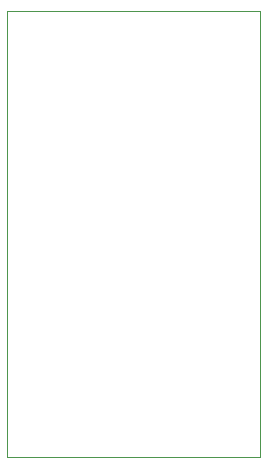
<source format=gbr>
%TF.GenerationSoftware,KiCad,Pcbnew,8.0.2-1*%
%TF.CreationDate,2024-05-28T17:40:09-07:00*%
%TF.ProjectId,camera_v2,63616d65-7261-45f7-9632-2e6b69636164,rev?*%
%TF.SameCoordinates,Original*%
%TF.FileFunction,Profile,NP*%
%FSLAX46Y46*%
G04 Gerber Fmt 4.6, Leading zero omitted, Abs format (unit mm)*
G04 Created by KiCad (PCBNEW 8.0.2-1) date 2024-05-28 17:40:09*
%MOMM*%
%LPD*%
G01*
G04 APERTURE LIST*
%TA.AperFunction,Profile*%
%ADD10C,0.100000*%
%TD*%
G04 APERTURE END LIST*
D10*
X146950000Y-105650000D02*
X168360000Y-105650000D01*
X168360000Y-143420000D01*
X146950000Y-143420000D01*
X146950000Y-105650000D01*
M02*

</source>
